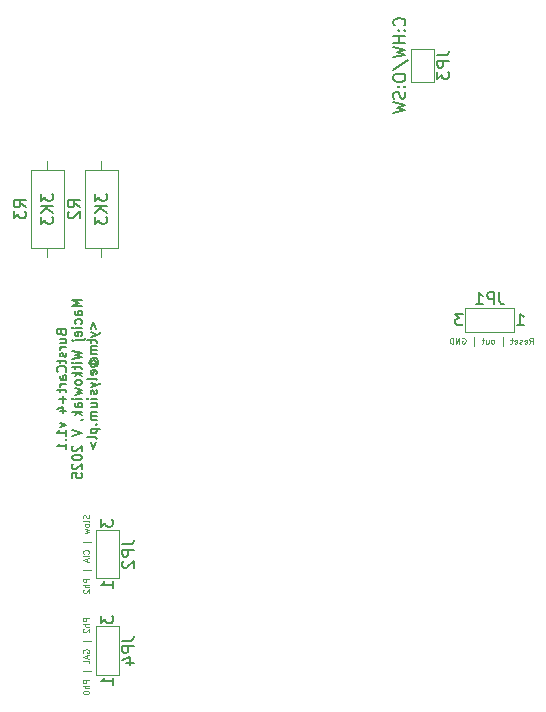
<source format=gbo>
G04 #@! TF.GenerationSoftware,KiCad,Pcbnew,6.0.2+dfsg-1*
G04 #@! TF.CreationDate,2025-05-07T23:53:04+02:00*
G04 #@! TF.ProjectId,burstcart,62757273-7463-4617-9274-2e6b69636164,1.1*
G04 #@! TF.SameCoordinates,Original*
G04 #@! TF.FileFunction,Legend,Bot*
G04 #@! TF.FilePolarity,Positive*
%FSLAX46Y46*%
G04 Gerber Fmt 4.6, Leading zero omitted, Abs format (unit mm)*
G04 Created by KiCad (PCBNEW 6.0.2+dfsg-1) date 2025-05-07 23:53:04*
%MOMM*%
%LPD*%
G01*
G04 APERTURE LIST*
G04 Aperture macros list*
%AMRoundRect*
0 Rectangle with rounded corners*
0 $1 Rounding radius*
0 $2 $3 $4 $5 $6 $7 $8 $9 X,Y pos of 4 corners*
0 Add a 4 corners polygon primitive as box body*
4,1,4,$2,$3,$4,$5,$6,$7,$8,$9,$2,$3,0*
0 Add four circle primitives for the rounded corners*
1,1,$1+$1,$2,$3*
1,1,$1+$1,$4,$5*
1,1,$1+$1,$6,$7*
1,1,$1+$1,$8,$9*
0 Add four rect primitives between the rounded corners*
20,1,$1+$1,$2,$3,$4,$5,0*
20,1,$1+$1,$4,$5,$6,$7,0*
20,1,$1+$1,$6,$7,$8,$9,0*
20,1,$1+$1,$8,$9,$2,$3,0*%
G04 Aperture macros list end*
%ADD10C,0.125000*%
%ADD11C,0.200000*%
%ADD12C,0.150000*%
%ADD13C,0.120000*%
%ADD14R,1.500000X1.000000*%
%ADD15C,1.600000*%
%ADD16R,1.700000X1.700000*%
%ADD17O,1.700000X1.700000*%
%ADD18C,2.100000*%
%ADD19C,2.500000*%
%ADD20R,1.600000X1.600000*%
%ADD21O,1.600000X1.600000*%
%ADD22C,5.000000*%
%ADD23RoundRect,0.163300X-0.337500X-4.512500X0.337500X-4.512500X0.337500X4.512500X-0.337500X4.512500X0*%
%ADD24R,1.000000X1.500000*%
G04 APERTURE END LIST*
D10*
X169330285Y-99032190D02*
X169496952Y-98794095D01*
X169616000Y-99032190D02*
X169616000Y-98532190D01*
X169425523Y-98532190D01*
X169377904Y-98556000D01*
X169354095Y-98579809D01*
X169330285Y-98627428D01*
X169330285Y-98698857D01*
X169354095Y-98746476D01*
X169377904Y-98770285D01*
X169425523Y-98794095D01*
X169616000Y-98794095D01*
X168925523Y-99008380D02*
X168973142Y-99032190D01*
X169068380Y-99032190D01*
X169116000Y-99008380D01*
X169139809Y-98960761D01*
X169139809Y-98770285D01*
X169116000Y-98722666D01*
X169068380Y-98698857D01*
X168973142Y-98698857D01*
X168925523Y-98722666D01*
X168901714Y-98770285D01*
X168901714Y-98817904D01*
X169139809Y-98865523D01*
X168711238Y-99008380D02*
X168663619Y-99032190D01*
X168568380Y-99032190D01*
X168520761Y-99008380D01*
X168496952Y-98960761D01*
X168496952Y-98936952D01*
X168520761Y-98889333D01*
X168568380Y-98865523D01*
X168639809Y-98865523D01*
X168687428Y-98841714D01*
X168711238Y-98794095D01*
X168711238Y-98770285D01*
X168687428Y-98722666D01*
X168639809Y-98698857D01*
X168568380Y-98698857D01*
X168520761Y-98722666D01*
X168092190Y-99008380D02*
X168139809Y-99032190D01*
X168235047Y-99032190D01*
X168282666Y-99008380D01*
X168306476Y-98960761D01*
X168306476Y-98770285D01*
X168282666Y-98722666D01*
X168235047Y-98698857D01*
X168139809Y-98698857D01*
X168092190Y-98722666D01*
X168068380Y-98770285D01*
X168068380Y-98817904D01*
X168306476Y-98865523D01*
X167925523Y-98698857D02*
X167735047Y-98698857D01*
X167854095Y-98532190D02*
X167854095Y-98960761D01*
X167830285Y-99008380D01*
X167782666Y-99032190D01*
X167735047Y-99032190D01*
X167068380Y-99198857D02*
X167068380Y-98484571D01*
X166258857Y-99032190D02*
X166306476Y-99008380D01*
X166330285Y-98984571D01*
X166354095Y-98936952D01*
X166354095Y-98794095D01*
X166330285Y-98746476D01*
X166306476Y-98722666D01*
X166258857Y-98698857D01*
X166187428Y-98698857D01*
X166139809Y-98722666D01*
X166116000Y-98746476D01*
X166092190Y-98794095D01*
X166092190Y-98936952D01*
X166116000Y-98984571D01*
X166139809Y-99008380D01*
X166187428Y-99032190D01*
X166258857Y-99032190D01*
X165663619Y-98698857D02*
X165663619Y-99032190D01*
X165877904Y-98698857D02*
X165877904Y-98960761D01*
X165854095Y-99008380D01*
X165806476Y-99032190D01*
X165735047Y-99032190D01*
X165687428Y-99008380D01*
X165663619Y-98984571D01*
X165496952Y-98698857D02*
X165306476Y-98698857D01*
X165425523Y-98532190D02*
X165425523Y-98960761D01*
X165401714Y-99008380D01*
X165354095Y-99032190D01*
X165306476Y-99032190D01*
X164639809Y-99198857D02*
X164639809Y-98484571D01*
X163639809Y-98556000D02*
X163687428Y-98532190D01*
X163758857Y-98532190D01*
X163830285Y-98556000D01*
X163877904Y-98603619D01*
X163901714Y-98651238D01*
X163925523Y-98746476D01*
X163925523Y-98817904D01*
X163901714Y-98913142D01*
X163877904Y-98960761D01*
X163830285Y-99008380D01*
X163758857Y-99032190D01*
X163711238Y-99032190D01*
X163639809Y-99008380D01*
X163616000Y-98984571D01*
X163616000Y-98817904D01*
X163711238Y-98817904D01*
X163401714Y-99032190D02*
X163401714Y-98532190D01*
X163116000Y-99032190D01*
X163116000Y-98532190D01*
X162877904Y-99032190D02*
X162877904Y-98532190D01*
X162758857Y-98532190D01*
X162687428Y-98556000D01*
X162639809Y-98603619D01*
X162616000Y-98651238D01*
X162592190Y-98746476D01*
X162592190Y-98817904D01*
X162616000Y-98913142D01*
X162639809Y-98960761D01*
X162687428Y-99008380D01*
X162758857Y-99032190D01*
X162877904Y-99032190D01*
X132028380Y-113542380D02*
X132052190Y-113613809D01*
X132052190Y-113732857D01*
X132028380Y-113780476D01*
X132004571Y-113804285D01*
X131956952Y-113828095D01*
X131909333Y-113828095D01*
X131861714Y-113804285D01*
X131837904Y-113780476D01*
X131814095Y-113732857D01*
X131790285Y-113637619D01*
X131766476Y-113590000D01*
X131742666Y-113566190D01*
X131695047Y-113542380D01*
X131647428Y-113542380D01*
X131599809Y-113566190D01*
X131576000Y-113590000D01*
X131552190Y-113637619D01*
X131552190Y-113756666D01*
X131576000Y-113828095D01*
X132052190Y-114113809D02*
X132028380Y-114066190D01*
X131980761Y-114042380D01*
X131552190Y-114042380D01*
X132052190Y-114375714D02*
X132028380Y-114328095D01*
X132004571Y-114304285D01*
X131956952Y-114280476D01*
X131814095Y-114280476D01*
X131766476Y-114304285D01*
X131742666Y-114328095D01*
X131718857Y-114375714D01*
X131718857Y-114447142D01*
X131742666Y-114494761D01*
X131766476Y-114518571D01*
X131814095Y-114542380D01*
X131956952Y-114542380D01*
X132004571Y-114518571D01*
X132028380Y-114494761D01*
X132052190Y-114447142D01*
X132052190Y-114375714D01*
X131718857Y-114709047D02*
X132052190Y-114804285D01*
X131814095Y-114899523D01*
X132052190Y-114994761D01*
X131718857Y-115090000D01*
X132218857Y-115780476D02*
X131504571Y-115780476D01*
X132004571Y-116804285D02*
X132028380Y-116780476D01*
X132052190Y-116709047D01*
X132052190Y-116661428D01*
X132028380Y-116590000D01*
X131980761Y-116542380D01*
X131933142Y-116518571D01*
X131837904Y-116494761D01*
X131766476Y-116494761D01*
X131671238Y-116518571D01*
X131623619Y-116542380D01*
X131576000Y-116590000D01*
X131552190Y-116661428D01*
X131552190Y-116709047D01*
X131576000Y-116780476D01*
X131599809Y-116804285D01*
X132052190Y-117018571D02*
X131552190Y-117018571D01*
X131909333Y-117232857D02*
X131909333Y-117470952D01*
X132052190Y-117185238D02*
X131552190Y-117351904D01*
X132052190Y-117518571D01*
X132218857Y-118185238D02*
X131504571Y-118185238D01*
X132052190Y-118923333D02*
X131552190Y-118923333D01*
X131552190Y-119113809D01*
X131576000Y-119161428D01*
X131599809Y-119185238D01*
X131647428Y-119209047D01*
X131718857Y-119209047D01*
X131766476Y-119185238D01*
X131790285Y-119161428D01*
X131814095Y-119113809D01*
X131814095Y-118923333D01*
X132052190Y-119423333D02*
X131552190Y-119423333D01*
X132052190Y-119637619D02*
X131790285Y-119637619D01*
X131742666Y-119613809D01*
X131718857Y-119566190D01*
X131718857Y-119494761D01*
X131742666Y-119447142D01*
X131766476Y-119423333D01*
X131599809Y-119851904D02*
X131576000Y-119875714D01*
X131552190Y-119923333D01*
X131552190Y-120042380D01*
X131576000Y-120090000D01*
X131599809Y-120113809D01*
X131647428Y-120137619D01*
X131695047Y-120137619D01*
X131766476Y-120113809D01*
X132052190Y-119828095D01*
X132052190Y-120137619D01*
X132052190Y-122261714D02*
X131552190Y-122261714D01*
X131552190Y-122452190D01*
X131576000Y-122499809D01*
X131599809Y-122523619D01*
X131647428Y-122547428D01*
X131718857Y-122547428D01*
X131766476Y-122523619D01*
X131790285Y-122499809D01*
X131814095Y-122452190D01*
X131814095Y-122261714D01*
X132052190Y-122761714D02*
X131552190Y-122761714D01*
X132052190Y-122976000D02*
X131790285Y-122976000D01*
X131742666Y-122952190D01*
X131718857Y-122904571D01*
X131718857Y-122833142D01*
X131742666Y-122785523D01*
X131766476Y-122761714D01*
X131599809Y-123190285D02*
X131576000Y-123214095D01*
X131552190Y-123261714D01*
X131552190Y-123380761D01*
X131576000Y-123428380D01*
X131599809Y-123452190D01*
X131647428Y-123476000D01*
X131695047Y-123476000D01*
X131766476Y-123452190D01*
X132052190Y-123166476D01*
X132052190Y-123476000D01*
X132218857Y-124190285D02*
X131504571Y-124190285D01*
X131576000Y-125190285D02*
X131552190Y-125142666D01*
X131552190Y-125071238D01*
X131576000Y-124999809D01*
X131623619Y-124952190D01*
X131671238Y-124928380D01*
X131766476Y-124904571D01*
X131837904Y-124904571D01*
X131933142Y-124928380D01*
X131980761Y-124952190D01*
X132028380Y-124999809D01*
X132052190Y-125071238D01*
X132052190Y-125118857D01*
X132028380Y-125190285D01*
X132004571Y-125214095D01*
X131837904Y-125214095D01*
X131837904Y-125118857D01*
X131909333Y-125404571D02*
X131909333Y-125642666D01*
X132052190Y-125356952D02*
X131552190Y-125523619D01*
X132052190Y-125690285D01*
X132052190Y-126095047D02*
X132052190Y-125856952D01*
X131552190Y-125856952D01*
X132218857Y-126761714D02*
X131504571Y-126761714D01*
X132052190Y-127499809D02*
X131552190Y-127499809D01*
X131552190Y-127690285D01*
X131576000Y-127737904D01*
X131599809Y-127761714D01*
X131647428Y-127785523D01*
X131718857Y-127785523D01*
X131766476Y-127761714D01*
X131790285Y-127737904D01*
X131814095Y-127690285D01*
X131814095Y-127499809D01*
X132052190Y-127999809D02*
X131552190Y-127999809D01*
X132052190Y-128214095D02*
X131790285Y-128214095D01*
X131742666Y-128190285D01*
X131718857Y-128142666D01*
X131718857Y-128071238D01*
X131742666Y-128023619D01*
X131766476Y-127999809D01*
X131552190Y-128547428D02*
X131552190Y-128595047D01*
X131576000Y-128642666D01*
X131599809Y-128666476D01*
X131647428Y-128690285D01*
X131742666Y-128714095D01*
X131861714Y-128714095D01*
X131956952Y-128690285D01*
X132004571Y-128666476D01*
X132028380Y-128642666D01*
X132052190Y-128595047D01*
X132052190Y-128547428D01*
X132028380Y-128499809D01*
X132004571Y-128476000D01*
X131956952Y-128452190D01*
X131861714Y-128428380D01*
X131742666Y-128428380D01*
X131647428Y-128452190D01*
X131599809Y-128476000D01*
X131576000Y-128499809D01*
X131552190Y-128547428D01*
D11*
X129718857Y-98089047D02*
X129756952Y-98203333D01*
X129795047Y-98241428D01*
X129871238Y-98279523D01*
X129985523Y-98279523D01*
X130061714Y-98241428D01*
X130099809Y-98203333D01*
X130137904Y-98127142D01*
X130137904Y-97822380D01*
X129337904Y-97822380D01*
X129337904Y-98089047D01*
X129376000Y-98165238D01*
X129414095Y-98203333D01*
X129490285Y-98241428D01*
X129566476Y-98241428D01*
X129642666Y-98203333D01*
X129680761Y-98165238D01*
X129718857Y-98089047D01*
X129718857Y-97822380D01*
X129604571Y-98965238D02*
X130137904Y-98965238D01*
X129604571Y-98622380D02*
X130023619Y-98622380D01*
X130099809Y-98660476D01*
X130137904Y-98736666D01*
X130137904Y-98850952D01*
X130099809Y-98927142D01*
X130061714Y-98965238D01*
X130137904Y-99346190D02*
X129604571Y-99346190D01*
X129756952Y-99346190D02*
X129680761Y-99384285D01*
X129642666Y-99422380D01*
X129604571Y-99498571D01*
X129604571Y-99574761D01*
X130099809Y-99803333D02*
X130137904Y-99879523D01*
X130137904Y-100031904D01*
X130099809Y-100108095D01*
X130023619Y-100146190D01*
X129985523Y-100146190D01*
X129909333Y-100108095D01*
X129871238Y-100031904D01*
X129871238Y-99917619D01*
X129833142Y-99841428D01*
X129756952Y-99803333D01*
X129718857Y-99803333D01*
X129642666Y-99841428D01*
X129604571Y-99917619D01*
X129604571Y-100031904D01*
X129642666Y-100108095D01*
X129604571Y-100374761D02*
X129604571Y-100679523D01*
X129337904Y-100489047D02*
X130023619Y-100489047D01*
X130099809Y-100527142D01*
X130137904Y-100603333D01*
X130137904Y-100679523D01*
X130061714Y-101403333D02*
X130099809Y-101365238D01*
X130137904Y-101250952D01*
X130137904Y-101174761D01*
X130099809Y-101060476D01*
X130023619Y-100984285D01*
X129947428Y-100946190D01*
X129795047Y-100908095D01*
X129680761Y-100908095D01*
X129528380Y-100946190D01*
X129452190Y-100984285D01*
X129376000Y-101060476D01*
X129337904Y-101174761D01*
X129337904Y-101250952D01*
X129376000Y-101365238D01*
X129414095Y-101403333D01*
X130137904Y-102089047D02*
X129718857Y-102089047D01*
X129642666Y-102050952D01*
X129604571Y-101974761D01*
X129604571Y-101822380D01*
X129642666Y-101746190D01*
X130099809Y-102089047D02*
X130137904Y-102012857D01*
X130137904Y-101822380D01*
X130099809Y-101746190D01*
X130023619Y-101708095D01*
X129947428Y-101708095D01*
X129871238Y-101746190D01*
X129833142Y-101822380D01*
X129833142Y-102012857D01*
X129795047Y-102089047D01*
X130137904Y-102470000D02*
X129604571Y-102470000D01*
X129756952Y-102470000D02*
X129680761Y-102508095D01*
X129642666Y-102546190D01*
X129604571Y-102622380D01*
X129604571Y-102698571D01*
X129604571Y-102850952D02*
X129604571Y-103155714D01*
X129337904Y-102965238D02*
X130023619Y-102965238D01*
X130099809Y-103003333D01*
X130137904Y-103079523D01*
X130137904Y-103155714D01*
X129833142Y-103422380D02*
X129833142Y-104031904D01*
X130137904Y-103727142D02*
X129528380Y-103727142D01*
X129604571Y-104755714D02*
X130137904Y-104755714D01*
X129299809Y-104565238D02*
X129871238Y-104374761D01*
X129871238Y-104870000D01*
X129604571Y-105708095D02*
X130137904Y-105898571D01*
X129604571Y-106089047D01*
X130137904Y-106812857D02*
X130137904Y-106355714D01*
X130137904Y-106584285D02*
X129337904Y-106584285D01*
X129452190Y-106508095D01*
X129528380Y-106431904D01*
X129566476Y-106355714D01*
X130061714Y-107155714D02*
X130099809Y-107193809D01*
X130137904Y-107155714D01*
X130099809Y-107117619D01*
X130061714Y-107155714D01*
X130137904Y-107155714D01*
X130137904Y-107955714D02*
X130137904Y-107498571D01*
X130137904Y-107727142D02*
X129337904Y-107727142D01*
X129452190Y-107650952D01*
X129528380Y-107574761D01*
X129566476Y-107498571D01*
X131425904Y-95346190D02*
X130625904Y-95346190D01*
X131197333Y-95612857D01*
X130625904Y-95879523D01*
X131425904Y-95879523D01*
X131425904Y-96603333D02*
X131006857Y-96603333D01*
X130930666Y-96565238D01*
X130892571Y-96489047D01*
X130892571Y-96336666D01*
X130930666Y-96260476D01*
X131387809Y-96603333D02*
X131425904Y-96527142D01*
X131425904Y-96336666D01*
X131387809Y-96260476D01*
X131311619Y-96222380D01*
X131235428Y-96222380D01*
X131159238Y-96260476D01*
X131121142Y-96336666D01*
X131121142Y-96527142D01*
X131083047Y-96603333D01*
X131387809Y-97327142D02*
X131425904Y-97250952D01*
X131425904Y-97098571D01*
X131387809Y-97022380D01*
X131349714Y-96984285D01*
X131273523Y-96946190D01*
X131044952Y-96946190D01*
X130968761Y-96984285D01*
X130930666Y-97022380D01*
X130892571Y-97098571D01*
X130892571Y-97250952D01*
X130930666Y-97327142D01*
X131425904Y-97670000D02*
X130892571Y-97670000D01*
X130625904Y-97670000D02*
X130664000Y-97631904D01*
X130702095Y-97670000D01*
X130664000Y-97708095D01*
X130625904Y-97670000D01*
X130702095Y-97670000D01*
X131387809Y-98355714D02*
X131425904Y-98279523D01*
X131425904Y-98127142D01*
X131387809Y-98050952D01*
X131311619Y-98012857D01*
X131006857Y-98012857D01*
X130930666Y-98050952D01*
X130892571Y-98127142D01*
X130892571Y-98279523D01*
X130930666Y-98355714D01*
X131006857Y-98393809D01*
X131083047Y-98393809D01*
X131159238Y-98012857D01*
X130892571Y-98736666D02*
X131578285Y-98736666D01*
X131654476Y-98698571D01*
X131692571Y-98622380D01*
X131692571Y-98584285D01*
X130625904Y-98736666D02*
X130664000Y-98698571D01*
X130702095Y-98736666D01*
X130664000Y-98774761D01*
X130625904Y-98736666D01*
X130702095Y-98736666D01*
X130625904Y-99650952D02*
X131425904Y-99841428D01*
X130854476Y-99993809D01*
X131425904Y-100146190D01*
X130625904Y-100336666D01*
X131425904Y-100641428D02*
X130892571Y-100641428D01*
X130625904Y-100641428D02*
X130664000Y-100603333D01*
X130702095Y-100641428D01*
X130664000Y-100679523D01*
X130625904Y-100641428D01*
X130702095Y-100641428D01*
X130892571Y-100908095D02*
X130892571Y-101212857D01*
X130625904Y-101022380D02*
X131311619Y-101022380D01*
X131387809Y-101060476D01*
X131425904Y-101136666D01*
X131425904Y-101212857D01*
X131425904Y-101479523D02*
X130625904Y-101479523D01*
X131121142Y-101555714D02*
X131425904Y-101784285D01*
X130892571Y-101784285D02*
X131197333Y-101479523D01*
X131425904Y-102241428D02*
X131387809Y-102165238D01*
X131349714Y-102127142D01*
X131273523Y-102089047D01*
X131044952Y-102089047D01*
X130968761Y-102127142D01*
X130930666Y-102165238D01*
X130892571Y-102241428D01*
X130892571Y-102355714D01*
X130930666Y-102431904D01*
X130968761Y-102470000D01*
X131044952Y-102508095D01*
X131273523Y-102508095D01*
X131349714Y-102470000D01*
X131387809Y-102431904D01*
X131425904Y-102355714D01*
X131425904Y-102241428D01*
X130892571Y-102774761D02*
X131425904Y-102927142D01*
X131044952Y-103079523D01*
X131425904Y-103231904D01*
X130892571Y-103384285D01*
X131425904Y-103689047D02*
X130892571Y-103689047D01*
X130625904Y-103689047D02*
X130664000Y-103650952D01*
X130702095Y-103689047D01*
X130664000Y-103727142D01*
X130625904Y-103689047D01*
X130702095Y-103689047D01*
X131425904Y-104412857D02*
X131006857Y-104412857D01*
X130930666Y-104374761D01*
X130892571Y-104298571D01*
X130892571Y-104146190D01*
X130930666Y-104070000D01*
X131387809Y-104412857D02*
X131425904Y-104336666D01*
X131425904Y-104146190D01*
X131387809Y-104070000D01*
X131311619Y-104031904D01*
X131235428Y-104031904D01*
X131159238Y-104070000D01*
X131121142Y-104146190D01*
X131121142Y-104336666D01*
X131083047Y-104412857D01*
X131425904Y-104793809D02*
X130625904Y-104793809D01*
X131121142Y-104870000D02*
X131425904Y-105098571D01*
X130892571Y-105098571D02*
X131197333Y-104793809D01*
X131387809Y-105479523D02*
X131425904Y-105479523D01*
X131502095Y-105441428D01*
X131540190Y-105403333D01*
X130625904Y-106317619D02*
X131425904Y-106584285D01*
X130625904Y-106850952D01*
X130702095Y-107689047D02*
X130664000Y-107727142D01*
X130625904Y-107803333D01*
X130625904Y-107993809D01*
X130664000Y-108070000D01*
X130702095Y-108108095D01*
X130778285Y-108146190D01*
X130854476Y-108146190D01*
X130968761Y-108108095D01*
X131425904Y-107650952D01*
X131425904Y-108146190D01*
X130625904Y-108641428D02*
X130625904Y-108717619D01*
X130664000Y-108793809D01*
X130702095Y-108831904D01*
X130778285Y-108870000D01*
X130930666Y-108908095D01*
X131121142Y-108908095D01*
X131273523Y-108870000D01*
X131349714Y-108831904D01*
X131387809Y-108793809D01*
X131425904Y-108717619D01*
X131425904Y-108641428D01*
X131387809Y-108565238D01*
X131349714Y-108527142D01*
X131273523Y-108489047D01*
X131121142Y-108450952D01*
X130930666Y-108450952D01*
X130778285Y-108489047D01*
X130702095Y-108527142D01*
X130664000Y-108565238D01*
X130625904Y-108641428D01*
X130702095Y-109212857D02*
X130664000Y-109250952D01*
X130625904Y-109327142D01*
X130625904Y-109517619D01*
X130664000Y-109593809D01*
X130702095Y-109631904D01*
X130778285Y-109670000D01*
X130854476Y-109670000D01*
X130968761Y-109631904D01*
X131425904Y-109174761D01*
X131425904Y-109670000D01*
X130625904Y-110393809D02*
X130625904Y-110012857D01*
X131006857Y-109974761D01*
X130968761Y-110012857D01*
X130930666Y-110089047D01*
X130930666Y-110279523D01*
X130968761Y-110355714D01*
X131006857Y-110393809D01*
X131083047Y-110431904D01*
X131273523Y-110431904D01*
X131349714Y-110393809D01*
X131387809Y-110355714D01*
X131425904Y-110279523D01*
X131425904Y-110089047D01*
X131387809Y-110012857D01*
X131349714Y-109974761D01*
X132180571Y-97765238D02*
X132409142Y-97155714D01*
X132637714Y-97765238D01*
X132180571Y-98070000D02*
X132713904Y-98260476D01*
X132180571Y-98450952D02*
X132713904Y-98260476D01*
X132904380Y-98184285D01*
X132942476Y-98146190D01*
X132980571Y-98070000D01*
X132180571Y-98641428D02*
X132180571Y-98946190D01*
X131913904Y-98755714D02*
X132599619Y-98755714D01*
X132675809Y-98793809D01*
X132713904Y-98870000D01*
X132713904Y-98946190D01*
X132713904Y-99212857D02*
X132180571Y-99212857D01*
X132256761Y-99212857D02*
X132218666Y-99250952D01*
X132180571Y-99327142D01*
X132180571Y-99441428D01*
X132218666Y-99517619D01*
X132294857Y-99555714D01*
X132713904Y-99555714D01*
X132294857Y-99555714D02*
X132218666Y-99593809D01*
X132180571Y-99670000D01*
X132180571Y-99784285D01*
X132218666Y-99860476D01*
X132294857Y-99898571D01*
X132713904Y-99898571D01*
X132332952Y-100774761D02*
X132294857Y-100736666D01*
X132256761Y-100660476D01*
X132256761Y-100584285D01*
X132294857Y-100508095D01*
X132332952Y-100470000D01*
X132409142Y-100431904D01*
X132485333Y-100431904D01*
X132561523Y-100470000D01*
X132599619Y-100508095D01*
X132637714Y-100584285D01*
X132637714Y-100660476D01*
X132599619Y-100736666D01*
X132561523Y-100774761D01*
X132256761Y-100774761D02*
X132561523Y-100774761D01*
X132599619Y-100812857D01*
X132599619Y-100850952D01*
X132561523Y-100927142D01*
X132485333Y-100965238D01*
X132294857Y-100965238D01*
X132180571Y-100889047D01*
X132104380Y-100774761D01*
X132066285Y-100622380D01*
X132104380Y-100470000D01*
X132180571Y-100355714D01*
X132294857Y-100279523D01*
X132447238Y-100241428D01*
X132599619Y-100279523D01*
X132713904Y-100355714D01*
X132790095Y-100470000D01*
X132828190Y-100622380D01*
X132790095Y-100774761D01*
X132713904Y-100889047D01*
X132675809Y-101612857D02*
X132713904Y-101536666D01*
X132713904Y-101384285D01*
X132675809Y-101308095D01*
X132599619Y-101270000D01*
X132294857Y-101270000D01*
X132218666Y-101308095D01*
X132180571Y-101384285D01*
X132180571Y-101536666D01*
X132218666Y-101612857D01*
X132294857Y-101650952D01*
X132371047Y-101650952D01*
X132447238Y-101270000D01*
X132713904Y-102108095D02*
X132675809Y-102031904D01*
X132599619Y-101993809D01*
X131913904Y-101993809D01*
X132180571Y-102336666D02*
X132713904Y-102527142D01*
X132180571Y-102717619D02*
X132713904Y-102527142D01*
X132904380Y-102450952D01*
X132942476Y-102412857D01*
X132980571Y-102336666D01*
X132675809Y-102984285D02*
X132713904Y-103060476D01*
X132713904Y-103212857D01*
X132675809Y-103289047D01*
X132599619Y-103327142D01*
X132561523Y-103327142D01*
X132485333Y-103289047D01*
X132447238Y-103212857D01*
X132447238Y-103098571D01*
X132409142Y-103022380D01*
X132332952Y-102984285D01*
X132294857Y-102984285D01*
X132218666Y-103022380D01*
X132180571Y-103098571D01*
X132180571Y-103212857D01*
X132218666Y-103289047D01*
X132713904Y-103670000D02*
X132180571Y-103670000D01*
X131913904Y-103670000D02*
X131952000Y-103631904D01*
X131990095Y-103670000D01*
X131952000Y-103708095D01*
X131913904Y-103670000D01*
X131990095Y-103670000D01*
X132180571Y-104393809D02*
X132713904Y-104393809D01*
X132180571Y-104050952D02*
X132599619Y-104050952D01*
X132675809Y-104089047D01*
X132713904Y-104165238D01*
X132713904Y-104279523D01*
X132675809Y-104355714D01*
X132637714Y-104393809D01*
X132713904Y-104774761D02*
X132180571Y-104774761D01*
X132256761Y-104774761D02*
X132218666Y-104812857D01*
X132180571Y-104889047D01*
X132180571Y-105003333D01*
X132218666Y-105079523D01*
X132294857Y-105117619D01*
X132713904Y-105117619D01*
X132294857Y-105117619D02*
X132218666Y-105155714D01*
X132180571Y-105231904D01*
X132180571Y-105346190D01*
X132218666Y-105422380D01*
X132294857Y-105460476D01*
X132713904Y-105460476D01*
X132637714Y-105841428D02*
X132675809Y-105879523D01*
X132713904Y-105841428D01*
X132675809Y-105803333D01*
X132637714Y-105841428D01*
X132713904Y-105841428D01*
X132180571Y-106222380D02*
X132980571Y-106222380D01*
X132218666Y-106222380D02*
X132180571Y-106298571D01*
X132180571Y-106450952D01*
X132218666Y-106527142D01*
X132256761Y-106565238D01*
X132332952Y-106603333D01*
X132561523Y-106603333D01*
X132637714Y-106565238D01*
X132675809Y-106527142D01*
X132713904Y-106450952D01*
X132713904Y-106298571D01*
X132675809Y-106222380D01*
X132713904Y-107060476D02*
X132675809Y-106984285D01*
X132599619Y-106946190D01*
X131913904Y-106946190D01*
X132180571Y-107365238D02*
X132409142Y-107974761D01*
X132637714Y-107365238D01*
D12*
X134856380Y-124164666D02*
X135570666Y-124164666D01*
X135713523Y-124117047D01*
X135808761Y-124021809D01*
X135856380Y-123878952D01*
X135856380Y-123783714D01*
X135856380Y-124640857D02*
X134856380Y-124640857D01*
X134856380Y-125021809D01*
X134904000Y-125117047D01*
X134951619Y-125164666D01*
X135046857Y-125212285D01*
X135189714Y-125212285D01*
X135284952Y-125164666D01*
X135332571Y-125117047D01*
X135380190Y-125021809D01*
X135380190Y-124640857D01*
X135189714Y-126069428D02*
X135856380Y-126069428D01*
X134808761Y-125831333D02*
X135523047Y-125593238D01*
X135523047Y-126212285D01*
X134056380Y-127883714D02*
X134056380Y-127312285D01*
X134056380Y-127598000D02*
X133056380Y-127598000D01*
X133199238Y-127502761D01*
X133294476Y-127407523D01*
X133342095Y-127312285D01*
X133056380Y-122064666D02*
X133056380Y-122683714D01*
X133437333Y-122350380D01*
X133437333Y-122493238D01*
X133484952Y-122588476D01*
X133532571Y-122636095D01*
X133627809Y-122683714D01*
X133865904Y-122683714D01*
X133961142Y-122636095D01*
X134008761Y-122588476D01*
X134056380Y-122493238D01*
X134056380Y-122207523D01*
X134008761Y-122112285D01*
X133961142Y-122064666D01*
X134856380Y-116006666D02*
X135570666Y-116006666D01*
X135713523Y-115959047D01*
X135808761Y-115863809D01*
X135856380Y-115720952D01*
X135856380Y-115625714D01*
X135856380Y-116482857D02*
X134856380Y-116482857D01*
X134856380Y-116863809D01*
X134904000Y-116959047D01*
X134951619Y-117006666D01*
X135046857Y-117054285D01*
X135189714Y-117054285D01*
X135284952Y-117006666D01*
X135332571Y-116959047D01*
X135380190Y-116863809D01*
X135380190Y-116482857D01*
X134951619Y-117435238D02*
X134904000Y-117482857D01*
X134856380Y-117578095D01*
X134856380Y-117816190D01*
X134904000Y-117911428D01*
X134951619Y-117959047D01*
X135046857Y-118006666D01*
X135142095Y-118006666D01*
X135284952Y-117959047D01*
X135856380Y-117387619D01*
X135856380Y-118006666D01*
X134056380Y-119725714D02*
X134056380Y-119154285D01*
X134056380Y-119440000D02*
X133056380Y-119440000D01*
X133199238Y-119344761D01*
X133294476Y-119249523D01*
X133342095Y-119154285D01*
X133056380Y-113906666D02*
X133056380Y-114525714D01*
X133437333Y-114192380D01*
X133437333Y-114335238D01*
X133484952Y-114430476D01*
X133532571Y-114478095D01*
X133627809Y-114525714D01*
X133865904Y-114525714D01*
X133961142Y-114478095D01*
X134008761Y-114430476D01*
X134056380Y-114335238D01*
X134056380Y-114049523D01*
X134008761Y-113954285D01*
X133961142Y-113906666D01*
X166796933Y-94680380D02*
X166796933Y-95394666D01*
X166844552Y-95537523D01*
X166939790Y-95632761D01*
X167082647Y-95680380D01*
X167177885Y-95680380D01*
X166320742Y-95680380D02*
X166320742Y-94680380D01*
X165939790Y-94680380D01*
X165844552Y-94728000D01*
X165796933Y-94775619D01*
X165749314Y-94870857D01*
X165749314Y-95013714D01*
X165796933Y-95108952D01*
X165844552Y-95156571D01*
X165939790Y-95204190D01*
X166320742Y-95204190D01*
X164796933Y-95680380D02*
X165368361Y-95680380D01*
X165082647Y-95680380D02*
X165082647Y-94680380D01*
X165177885Y-94823238D01*
X165273123Y-94918476D01*
X165368361Y-94966095D01*
X168277885Y-97480380D02*
X168849314Y-97480380D01*
X168563600Y-97480380D02*
X168563600Y-96480380D01*
X168658838Y-96623238D01*
X168754076Y-96718476D01*
X168849314Y-96766095D01*
X163696933Y-96480380D02*
X163077885Y-96480380D01*
X163411219Y-96861333D01*
X163268361Y-96861333D01*
X163173123Y-96908952D01*
X163125504Y-96956571D01*
X163077885Y-97051809D01*
X163077885Y-97289904D01*
X163125504Y-97385142D01*
X163173123Y-97432761D01*
X163268361Y-97480380D01*
X163554076Y-97480380D01*
X163649314Y-97432761D01*
X163696933Y-97385142D01*
X126690380Y-87463333D02*
X126214190Y-87130000D01*
X126690380Y-86891904D02*
X125690380Y-86891904D01*
X125690380Y-87272857D01*
X125738000Y-87368095D01*
X125785619Y-87415714D01*
X125880857Y-87463333D01*
X126023714Y-87463333D01*
X126118952Y-87415714D01*
X126166571Y-87368095D01*
X126214190Y-87272857D01*
X126214190Y-86891904D01*
X125690380Y-87796666D02*
X125690380Y-88415714D01*
X126071333Y-88082380D01*
X126071333Y-88225238D01*
X126118952Y-88320476D01*
X126166571Y-88368095D01*
X126261809Y-88415714D01*
X126499904Y-88415714D01*
X126595142Y-88368095D01*
X126642761Y-88320476D01*
X126690380Y-88225238D01*
X126690380Y-87939523D01*
X126642761Y-87844285D01*
X126595142Y-87796666D01*
X127976380Y-86320476D02*
X127976380Y-86939523D01*
X128357333Y-86606190D01*
X128357333Y-86749047D01*
X128404952Y-86844285D01*
X128452571Y-86891904D01*
X128547809Y-86939523D01*
X128785904Y-86939523D01*
X128881142Y-86891904D01*
X128928761Y-86844285D01*
X128976380Y-86749047D01*
X128976380Y-86463333D01*
X128928761Y-86368095D01*
X128881142Y-86320476D01*
X128976380Y-87368095D02*
X127976380Y-87368095D01*
X128976380Y-87939523D02*
X128404952Y-87510952D01*
X127976380Y-87939523D02*
X128547809Y-87368095D01*
X127976380Y-88272857D02*
X127976380Y-88891904D01*
X128357333Y-88558571D01*
X128357333Y-88701428D01*
X128404952Y-88796666D01*
X128452571Y-88844285D01*
X128547809Y-88891904D01*
X128785904Y-88891904D01*
X128881142Y-88844285D01*
X128928761Y-88796666D01*
X128976380Y-88701428D01*
X128976380Y-88415714D01*
X128928761Y-88320476D01*
X128881142Y-88272857D01*
X161526380Y-74604666D02*
X162240666Y-74604666D01*
X162383523Y-74557047D01*
X162478761Y-74461809D01*
X162526380Y-74318952D01*
X162526380Y-74223714D01*
X162526380Y-75080857D02*
X161526380Y-75080857D01*
X161526380Y-75461809D01*
X161574000Y-75557047D01*
X161621619Y-75604666D01*
X161716857Y-75652285D01*
X161859714Y-75652285D01*
X161954952Y-75604666D01*
X162002571Y-75557047D01*
X162050190Y-75461809D01*
X162050190Y-75080857D01*
X161526380Y-75985619D02*
X161526380Y-76604666D01*
X161907333Y-76271333D01*
X161907333Y-76414190D01*
X161954952Y-76509428D01*
X162002571Y-76557047D01*
X162097809Y-76604666D01*
X162335904Y-76604666D01*
X162431142Y-76557047D01*
X162478761Y-76509428D01*
X162526380Y-76414190D01*
X162526380Y-76128476D01*
X162478761Y-76033238D01*
X162431142Y-75985619D01*
X158731142Y-72080857D02*
X158778761Y-72033238D01*
X158826380Y-71890380D01*
X158826380Y-71795142D01*
X158778761Y-71652285D01*
X158683523Y-71557047D01*
X158588285Y-71509428D01*
X158397809Y-71461809D01*
X158254952Y-71461809D01*
X158064476Y-71509428D01*
X157969238Y-71557047D01*
X157874000Y-71652285D01*
X157826380Y-71795142D01*
X157826380Y-71890380D01*
X157874000Y-72033238D01*
X157921619Y-72080857D01*
X158731142Y-72509428D02*
X158778761Y-72557047D01*
X158826380Y-72509428D01*
X158778761Y-72461809D01*
X158731142Y-72509428D01*
X158826380Y-72509428D01*
X158207333Y-72509428D02*
X158254952Y-72557047D01*
X158302571Y-72509428D01*
X158254952Y-72461809D01*
X158207333Y-72509428D01*
X158302571Y-72509428D01*
X158826380Y-72985619D02*
X157826380Y-72985619D01*
X158302571Y-72985619D02*
X158302571Y-73557047D01*
X158826380Y-73557047D02*
X157826380Y-73557047D01*
X157826380Y-73938000D02*
X158826380Y-74176095D01*
X158112095Y-74366571D01*
X158826380Y-74557047D01*
X157826380Y-74795142D01*
X157778761Y-75890380D02*
X159064476Y-75033238D01*
X157826380Y-76414190D02*
X157826380Y-76604666D01*
X157874000Y-76699904D01*
X157969238Y-76795142D01*
X158159714Y-76842761D01*
X158493047Y-76842761D01*
X158683523Y-76795142D01*
X158778761Y-76699904D01*
X158826380Y-76604666D01*
X158826380Y-76414190D01*
X158778761Y-76318952D01*
X158683523Y-76223714D01*
X158493047Y-76176095D01*
X158159714Y-76176095D01*
X157969238Y-76223714D01*
X157874000Y-76318952D01*
X157826380Y-76414190D01*
X158731142Y-77271333D02*
X158778761Y-77318952D01*
X158826380Y-77271333D01*
X158778761Y-77223714D01*
X158731142Y-77271333D01*
X158826380Y-77271333D01*
X158207333Y-77271333D02*
X158254952Y-77318952D01*
X158302571Y-77271333D01*
X158254952Y-77223714D01*
X158207333Y-77271333D01*
X158302571Y-77271333D01*
X158778761Y-77699904D02*
X158826380Y-77842761D01*
X158826380Y-78080857D01*
X158778761Y-78176095D01*
X158731142Y-78223714D01*
X158635904Y-78271333D01*
X158540666Y-78271333D01*
X158445428Y-78223714D01*
X158397809Y-78176095D01*
X158350190Y-78080857D01*
X158302571Y-77890380D01*
X158254952Y-77795142D01*
X158207333Y-77747523D01*
X158112095Y-77699904D01*
X158016857Y-77699904D01*
X157921619Y-77747523D01*
X157874000Y-77795142D01*
X157826380Y-77890380D01*
X157826380Y-78128476D01*
X157874000Y-78271333D01*
X157826380Y-78604666D02*
X158826380Y-78842761D01*
X158112095Y-79033238D01*
X158826380Y-79223714D01*
X157826380Y-79461809D01*
X131262380Y-87463333D02*
X130786190Y-87130000D01*
X131262380Y-86891904D02*
X130262380Y-86891904D01*
X130262380Y-87272857D01*
X130310000Y-87368095D01*
X130357619Y-87415714D01*
X130452857Y-87463333D01*
X130595714Y-87463333D01*
X130690952Y-87415714D01*
X130738571Y-87368095D01*
X130786190Y-87272857D01*
X130786190Y-86891904D01*
X130357619Y-87844285D02*
X130310000Y-87891904D01*
X130262380Y-87987142D01*
X130262380Y-88225238D01*
X130310000Y-88320476D01*
X130357619Y-88368095D01*
X130452857Y-88415714D01*
X130548095Y-88415714D01*
X130690952Y-88368095D01*
X131262380Y-87796666D01*
X131262380Y-88415714D01*
X132548380Y-86320476D02*
X132548380Y-86939523D01*
X132929333Y-86606190D01*
X132929333Y-86749047D01*
X132976952Y-86844285D01*
X133024571Y-86891904D01*
X133119809Y-86939523D01*
X133357904Y-86939523D01*
X133453142Y-86891904D01*
X133500761Y-86844285D01*
X133548380Y-86749047D01*
X133548380Y-86463333D01*
X133500761Y-86368095D01*
X133453142Y-86320476D01*
X133548380Y-87368095D02*
X132548380Y-87368095D01*
X133548380Y-87939523D02*
X132976952Y-87510952D01*
X132548380Y-87939523D02*
X133119809Y-87368095D01*
X132548380Y-88272857D02*
X132548380Y-88891904D01*
X132929333Y-88558571D01*
X132929333Y-88701428D01*
X132976952Y-88796666D01*
X133024571Y-88844285D01*
X133119809Y-88891904D01*
X133357904Y-88891904D01*
X133453142Y-88844285D01*
X133500761Y-88796666D01*
X133548380Y-88701428D01*
X133548380Y-88415714D01*
X133500761Y-88320476D01*
X133453142Y-88272857D01*
D13*
X134604000Y-127048000D02*
X134604000Y-122948000D01*
X132604000Y-127048000D02*
X134604000Y-127048000D01*
X132604000Y-122948000D02*
X132604000Y-127048000D01*
X134604000Y-122948000D02*
X132604000Y-122948000D01*
X132604000Y-114790000D02*
X132604000Y-118890000D01*
X134604000Y-114790000D02*
X132604000Y-114790000D01*
X132604000Y-118890000D02*
X134604000Y-118890000D01*
X134604000Y-118890000D02*
X134604000Y-114790000D01*
X168013600Y-98028000D02*
X168013600Y-96028000D01*
X163913600Y-98028000D02*
X168013600Y-98028000D01*
X163913600Y-96028000D02*
X163913600Y-98028000D01*
X168013600Y-96028000D02*
X163913600Y-96028000D01*
X129894000Y-90900000D02*
X127154000Y-90900000D01*
X128524000Y-91670000D02*
X128524000Y-90900000D01*
X128524000Y-83590000D02*
X128524000Y-84360000D01*
X129894000Y-84360000D02*
X129894000Y-90900000D01*
X127154000Y-90900000D02*
X127154000Y-84360000D01*
X127154000Y-84360000D02*
X129894000Y-84360000D01*
X161274000Y-76838000D02*
X161274000Y-74038000D01*
X159274000Y-74038000D02*
X159274000Y-76838000D01*
X159274000Y-76838000D02*
X161274000Y-76838000D01*
X161274000Y-74038000D02*
X159274000Y-74038000D01*
X131726000Y-84360000D02*
X134466000Y-84360000D01*
X131726000Y-90900000D02*
X131726000Y-84360000D01*
X133096000Y-83590000D02*
X133096000Y-84360000D01*
X134466000Y-84360000D02*
X134466000Y-90900000D01*
X133096000Y-91670000D02*
X133096000Y-90900000D01*
X134466000Y-90900000D02*
X131726000Y-90900000D01*
%LPC*%
D14*
X133604000Y-126298000D03*
X133604000Y-124998000D03*
X133604000Y-123698000D03*
D15*
X127762000Y-75184000D03*
X122762000Y-75184000D03*
D16*
X147066000Y-55626000D03*
D17*
X149606000Y-55626000D03*
X147066000Y-58166000D03*
X149606000Y-58166000D03*
X147066000Y-60706000D03*
X149606000Y-60706000D03*
X147066000Y-63246000D03*
X149606000Y-63246000D03*
X147066000Y-65786000D03*
X149606000Y-65786000D03*
D18*
X127976000Y-53294000D03*
X125476000Y-53594000D03*
X132976000Y-53294000D03*
X135476000Y-53594000D03*
D19*
X122976000Y-63294000D03*
X125476000Y-65794000D03*
X130476000Y-63294000D03*
X135476000Y-65794000D03*
X137976000Y-63294000D03*
X130476000Y-68294000D03*
D20*
X158375000Y-93965000D03*
D21*
X158375000Y-96505000D03*
X158375000Y-99045000D03*
X158375000Y-101585000D03*
X158375000Y-104125000D03*
X158375000Y-106665000D03*
X158375000Y-109205000D03*
X158375000Y-111745000D03*
X158375000Y-114285000D03*
X158375000Y-116825000D03*
X158375000Y-119365000D03*
X158375000Y-121905000D03*
X158375000Y-124445000D03*
X158375000Y-126985000D03*
X173615000Y-126985000D03*
X173615000Y-124445000D03*
X173615000Y-121905000D03*
X173615000Y-119365000D03*
X173615000Y-116825000D03*
X173615000Y-114285000D03*
X173615000Y-111745000D03*
X173615000Y-109205000D03*
X173615000Y-106665000D03*
X173615000Y-104125000D03*
X173615000Y-101585000D03*
X173615000Y-99045000D03*
X173615000Y-96505000D03*
X173615000Y-93965000D03*
D15*
X155194000Y-98512000D03*
X155194000Y-93512000D03*
X147574000Y-85304000D03*
X147574000Y-80304000D03*
D20*
X165872000Y-79238000D03*
D21*
X168412000Y-79238000D03*
X170952000Y-79238000D03*
X173492000Y-79238000D03*
X173492000Y-71618000D03*
X170952000Y-71618000D03*
X168412000Y-71618000D03*
X165872000Y-71618000D03*
D20*
X155692000Y-90160000D03*
D21*
X158232000Y-90160000D03*
X160772000Y-90160000D03*
X163312000Y-90160000D03*
X165852000Y-90160000D03*
X168392000Y-90160000D03*
X170932000Y-90160000D03*
X173472000Y-90160000D03*
X173472000Y-82540000D03*
X170932000Y-82540000D03*
X168392000Y-82540000D03*
X165852000Y-82540000D03*
X163312000Y-82540000D03*
X160772000Y-82540000D03*
X158232000Y-82540000D03*
X155692000Y-82540000D03*
D22*
X148253100Y-94259600D03*
D23*
X124253100Y-137759600D03*
X168253100Y-137759600D03*
X126253100Y-137759600D03*
X170253100Y-137759600D03*
X128253100Y-137759600D03*
X172253100Y-137759600D03*
X130253100Y-137759600D03*
X132253100Y-137759600D03*
X134253100Y-137759600D03*
X136253100Y-137759600D03*
X138253100Y-137759600D03*
X140253100Y-137759600D03*
X142253100Y-137759600D03*
X144253100Y-137759600D03*
X146253100Y-137759600D03*
X148253100Y-137759600D03*
X150253100Y-137759600D03*
X152253100Y-137759600D03*
X154253100Y-137759600D03*
X156253100Y-137759600D03*
X158253100Y-137759600D03*
X160253100Y-137759600D03*
X162253100Y-137759600D03*
X164253100Y-137759600D03*
X166253100Y-137759600D03*
D16*
X153411000Y-72385000D03*
D17*
X153411000Y-74925000D03*
X150871000Y-72385000D03*
X150871000Y-74925000D03*
X148331000Y-72385000D03*
X148331000Y-74925000D03*
X145791000Y-72385000D03*
X145791000Y-74925000D03*
X143251000Y-72385000D03*
X143251000Y-74925000D03*
D20*
X152146000Y-129032000D03*
D21*
X152146000Y-126492000D03*
X152146000Y-123952000D03*
X152146000Y-121412000D03*
X152146000Y-118872000D03*
X152146000Y-116332000D03*
X152146000Y-113792000D03*
X152146000Y-111252000D03*
X152146000Y-108712000D03*
X152146000Y-106172000D03*
X152146000Y-103632000D03*
X152146000Y-101092000D03*
X144526000Y-101092000D03*
X144526000Y-103632000D03*
X144526000Y-106172000D03*
X144526000Y-108712000D03*
X144526000Y-111252000D03*
X144526000Y-113792000D03*
X144526000Y-116332000D03*
X144526000Y-118872000D03*
X144526000Y-121412000D03*
X144526000Y-123952000D03*
X144526000Y-126492000D03*
X144526000Y-129032000D03*
D15*
X152146000Y-85344000D03*
X152146000Y-80344000D03*
D20*
X123000000Y-78740000D03*
D21*
X123000000Y-81280000D03*
X123000000Y-83820000D03*
X123000000Y-86360000D03*
X123000000Y-88900000D03*
X123000000Y-91440000D03*
X123000000Y-93980000D03*
X123000000Y-96520000D03*
X123000000Y-99060000D03*
X123000000Y-101600000D03*
X123000000Y-104140000D03*
X123000000Y-106680000D03*
X123000000Y-109220000D03*
X123000000Y-111760000D03*
X123000000Y-114300000D03*
X123000000Y-116840000D03*
X123000000Y-119380000D03*
X123000000Y-121920000D03*
X123000000Y-124460000D03*
X123000000Y-127000000D03*
X138240000Y-127000000D03*
X138240000Y-124460000D03*
X138240000Y-121920000D03*
X138240000Y-119380000D03*
X138240000Y-116840000D03*
X138240000Y-114300000D03*
X138240000Y-111760000D03*
X138240000Y-109220000D03*
X138240000Y-106680000D03*
X138240000Y-104140000D03*
X138240000Y-101600000D03*
X138240000Y-99060000D03*
X138240000Y-96520000D03*
X138240000Y-93980000D03*
X138240000Y-91440000D03*
X138240000Y-88900000D03*
X138240000Y-86360000D03*
X138240000Y-83820000D03*
X138240000Y-81280000D03*
X138240000Y-78740000D03*
D15*
X142240000Y-90424000D03*
D21*
X142240000Y-80264000D03*
D18*
X163282000Y-53294000D03*
X160782000Y-53594000D03*
X170782000Y-53594000D03*
X168282000Y-53294000D03*
D19*
X158282000Y-63294000D03*
X160782000Y-65794000D03*
X165782000Y-63294000D03*
X170782000Y-65794000D03*
X173282000Y-63294000D03*
X165782000Y-68294000D03*
D14*
X133604000Y-118140000D03*
X133604000Y-116840000D03*
X133604000Y-115540000D03*
D24*
X167263600Y-97028000D03*
X165963600Y-97028000D03*
X164663600Y-97028000D03*
D15*
X128524000Y-92710000D03*
D21*
X128524000Y-82550000D03*
D14*
X160274000Y-76088000D03*
X160274000Y-74788000D03*
D15*
X133096000Y-92710000D03*
D21*
X133096000Y-82550000D03*
M02*

</source>
